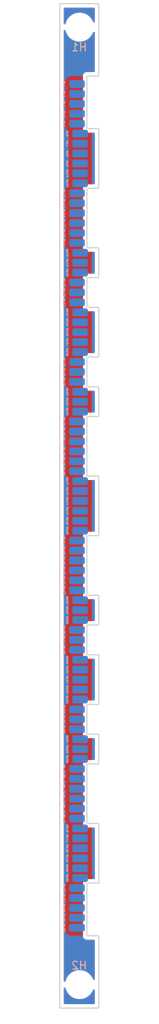
<source format=kicad_pcb>
(kicad_pcb (version 20240108) (generator "pcbnew") (generator_version "8.0")
  (layers (0 "F.Cu" signal) (31 "B.Cu" signal) (34 "B.Paste" user) (35 "F.Paste" user) (36 "B.SilkS" user "B.Silkscreen") (37 "F.SilkS" user "F.Silkscreen") (38 "B.Mask" user) (39 "F.Mask" user) (44 "Edge.Cuts" user))
  (net 0 "")
  (footprint "EXC:SolderWirePad_1x01_SMD_1x2mm" (layer "B.Cu") (at 2.61 87.63 90)
    (property "Reference" "MP60" (at 0 -1.6256 90) (layer "B.SilkS") (effects (font (size 0.25 0.25) (thickness 0.06)) (justify mirror)))
    (property "Value" "Mechanical_Pad_Solder_Linkage")
    (pad "1" smd roundrect (at 0 0 90) (size 1 2) (layers "B.Cu" "B.Paste" "B.Mask"))
  )
  (footprint "EXC:SolderWirePad_1x01_SMD_1x2mm" (layer "B.Cu") (at 2.21 26.67 90)
    (property "Reference" "MP12" (at 0 -1.6256 90) (layer "B.SilkS") (effects (font (size 0.25 0.25) (thickness 0.06)) (justify mirror)))
    (property "Value" "Mechanical_Pad_Solder_Linkage")
    (pad "1" smd roundrect (at 0 0 90) (size 1 2) (layers "B.Cu" "B.Paste" "B.Mask"))
  )
  (footprint "EXC:SolderWirePad_1x01_SMD_1x2mm" (layer "B.Cu") (at 2.21 58.42 90)
    (property "Reference" "MP37" (at 0 -1.6256 90) (layer "B.SilkS") (effects (font (size 0.25 0.25) (thickness 0.06)) (justify mirror)))
    (property "Value" "Mechanical_Pad_Solder_Linkage")
    (pad "1" smd roundrect (at 0 0 90) (size 1 2) (layers "B.Cu" "B.Paste" "B.Mask"))
  )
  (footprint "EXC:SolderWirePad_1x01_SMD_1x2mm" (layer "B.Cu") (at 2.21 60.96 90)
    (property "Reference" "MP39" (at 0 -1.6256 90) (layer "B.SilkS") (effects (font (size 0.25 0.25) (thickness 0.06)) (justify mirror)))
    (property "Value" "Mechanical_Pad_Solder_Linkage")
    (pad "1" smd roundrect (at 0 0 90) (size 1 2) (layers "B.Cu" "B.Paste" "B.Mask"))
  )
  (footprint "EXC:SolderWirePad_1x01_SMD_1x2mm" (layer "B.Cu") (at 2.21 106.68 90)
    (property "Reference" "MP75" (at 0 -1.6256 90) (layer "B.SilkS") (effects (font (size 0.25 0.25) (thickness 0.06)) (justify mirror)))
    (property "Value" "Mechanical_Pad_Solder_Linkage")
    (pad "1" smd roundrect (at 0 0 90) (size 1 2) (layers "B.Cu" "B.Paste" "B.Mask"))
  )
  (footprint "EXC:SolderWirePad_1x01_SMD_1x2mm" (layer "B.Cu") (at 2.61 90.17 90)
    (property "Reference" "MP62" (at 0 -1.6256 90) (layer "B.SilkS") (effects (font (size 0.25 0.25) (thickness 0.06)) (justify mirror)))
    (property "Value" "Mechanical_Pad_Solder_Linkage")
    (pad "1" smd roundrect (at 0 0 90) (size 1 2) (layers "B.Cu" "B.Paste" "B.Mask"))
  )
  (footprint "EXC:SolderWirePad_1x01_SMD_1x2mm" (layer "B.Cu") (at 2.21 13.97 90)
    (property "Reference" "MP2" (at 0 -1.6256 90) (layer "B.SilkS") (effects (font (size 0.25 0.25) (thickness 0.06)) (justify mirror)))
    (property "Value" "Mechanical_Pad_Solder_Linkage")
    (pad "1" smd roundrect (at 0 0 90) (size 1 2) (layers "B.Cu" "B.Paste" "B.Mask"))
  )
  (footprint "EXC:SolderWirePad_1x01_SMD_1x2mm" (layer "B.Cu") (at 2.21 76.2 90)
    (property "Reference" "MP51" (at 0 -1.6256 90) (layer "B.SilkS") (effects (font (size 0.25 0.25) (thickness 0.06)) (justify mirror)))
    (property "Value" "Mechanical_Pad_Solder_Linkage")
    (pad "1" smd roundrect (at 0 0 90) (size 1 2) (layers "B.Cu" "B.Paste" "B.Mask"))
  )
  (footprint "EXC:SolderWirePad_1x01_SMD_1x2mm" (layer "B.Cu") (at 2.21 115.57 90)
    (property "Reference" "MP82" (at 0 -1.6256 90) (layer "B.SilkS") (effects (font (size 0.25 0.25) (thickness 0.06)) (justify mirror)))
    (property "Value" "Mechanical_Pad_Solder_Linkage")
    (pad "1" smd roundrect (at 0 0 90) (size 1 2) (layers "B.Cu" "B.Paste" "B.Mask"))
  )
  (footprint "EXC:SolderWirePad_1x01_SMD_1x2mm" (layer "B.Cu") (at 2.61 46.99 90)
    (property "Reference" "MP28" (at 0 -1.6256 90) (layer "B.SilkS") (effects (font (size 0.25 0.25) (thickness 0.06)) (justify mirror)))
    (property "Value" "Mechanical_Pad_Solder_Linkage")
    (pad "1" smd roundrect (at 0 0 90) (size 1 2) (layers "B.Cu" "B.Paste" "B.Mask"))
  )
  (footprint "EXC:SolderWirePad_1x01_SMD_1x2mm" (layer "B.Cu") (at 2.61 63.5 90)
    (property "Reference" "MP41" (at 0 -1.6256 90) (layer "B.SilkS") (effects (font (size 0.25 0.25) (thickness 0.06)) (justify mirror)))
    (property "Value" "Mechanical_Pad_Solder_Linkage")
    (pad "1" smd roundrect (at 0 0 90) (size 1 2) (layers "B.Cu" "B.Paste" "B.Mask"))
  )
  (footprint "EXC:SolderWirePad_1x01_SMD_1x2mm" (layer "B.Cu") (at 2.21 73.66 90)
    (property "Reference" "MP49" (at 0 -1.6256 90) (layer "B.SilkS") (effects (font (size 0.25 0.25) (thickness 0.06)) (justify mirror)))
    (property "Value" "Mechanical_Pad_Solder_Linkage")
    (pad "1" smd roundrect (at 0 0 90) (size 1 2) (layers "B.Cu" "B.Paste" "B.Mask"))
  )
  (footprint "EXC:SolderWirePad_1x01_SMD_1x2mm" (layer "B.Cu") (at 2.21 105.41 90)
    (property "Reference" "MP74" (at 0 -1.6256 90) (layer "B.SilkS") (effects (font (size 0.25 0.25) (thickness 0.06)) (justify mirror)))
    (property "Value" "Mechanical_Pad_Solder_Linkage")
    (pad "1" smd roundrect (at 0 0 90) (size 1 2) (layers "B.Cu" "B.Paste" "B.Mask"))
  )
  (footprint "EXC:SolderWirePad_1x01_SMD_1x2mm" (layer "B.Cu") (at 2.61 68.58 90)
    (property "Reference" "MP45" (at 0 -1.6256 90) (layer "B.SilkS") (effects (font (size 0.25 0.25) (thickness 0.06)) (justify mirror)))
    (property "Value" "Mechanical_Pad_Solder_Linkage")
    (pad "1" smd roundrect (at 0 0 90) (size 1 2) (layers "B.Cu" "B.Paste" "B.Mask"))
  )
  (footprint "EXC:SolderWirePad_1x01_SMD_1x2mm" (layer "B.Cu") (at 2.61 24.13 90)
    (property "Reference" "MP10" (at 0 -1.6256 90) (layer "B.SilkS") (effects (font (size 0.25 0.25) (thickness 0.06)) (justify mirror)))
    (property "Value" "Mechanical_Pad_Solder_Linkage")
    (pad "1" smd roundrect (at 0 0 90) (size 1 2) (layers "B.Cu" "B.Paste" "B.Mask"))
  )
  (footprint "EXC:SolderWirePad_1x01_SMD_1x2mm" (layer "B.Cu") (at 2.21 40.64 90)
    (property "Reference" "MP23" (at 0 -1.6256 90) (layer "B.SilkS") (effects (font (size 0.25 0.25) (thickness 0.06)) (justify mirror)))
    (property "Value" "Mechanical_Pad_Solder_Linkage")
    (pad "1" smd roundrect (at 0 0 90) (size 1 2) (layers "B.Cu" "B.Paste" "B.Mask"))
  )
  (footprint "EXC:SolderWirePad_1x01_SMD_1x2mm" (layer "B.Cu") (at 2.21 17.78 90)
    (property "Reference" "MP5" (at 0 -1.6256 90) (layer "B.SilkS") (effects (font (size 0.25 0.25) (thickness 0.06)) (justify mirror)))
    (property "Value" "Mechanical_Pad_Solder_Linkage")
    (pad "1" smd roundrect (at 0 0 90) (size 1 2) (layers "B.Cu" "B.Paste" "B.Mask"))
  )
  (footprint "EXC:SolderWirePad_1x01_SMD_1x2mm" (layer "B.Cu") (at 2.61 44.45 90)
    (property "Reference" "MP26" (at 0 -1.6256 90) (layer "B.SilkS") (effects (font (size 0.25 0.25) (thickness 0.06)) (justify mirror)))
    (property "Value" "Mechanical_Pad_Solder_Linkage")
    (pad "1" smd roundrect (at 0 0 90) (size 1 2) (layers "B.Cu" "B.Paste" "B.Mask"))
  )
  (footprint "EXC:SolderWirePad_1x01_SMD_1x2mm" (layer "B.Cu") (at 2.21 92.71 90)
    (property "Reference" "MP64" (at 0 -1.6256 90) (layer "B.SilkS") (effects (font (size 0.25 0.25) (thickness 0.06)) (justify mirror)))
    (property "Value" "Mechanical_Pad_Solder_Linkage")
    (pad "1" smd roundrect (at 0 0 90) (size 1 2) (layers "B.Cu" "B.Paste" "B.Mask"))
  )
  (footprint "EXC:SolderWirePad_1x01_SMD_1x2mm" (layer "B.Cu") (at 2.21 72.39 90)
    (property "Reference" "MP48" (at 0 -1.6256 90) (layer "B.SilkS") (effects (font (size 0.25 0.25) (thickness 0.06)) (justify mirror)))
    (property "Value" "Mechanical_Pad_Solder_Linkage")
    (pad "1" smd roundrect (at 0 0 90) (size 1 2) (layers "B.Cu" "B.Paste" "B.Mask"))
  )
  (footprint "EXC:SolderWirePad_1x01_SMD_1x2mm" (layer "B.Cu") (at 2.61 99.06 90)
    (property "Reference" "MP69" (at 0 -1.6256 90) (layer "B.SilkS") (effects (font (size 0.25 0.25) (thickness 0.06)) (justify mirror)))
    (property "Value" "Mechanical_Pad_Solder_Linkage")
    (pad "1" smd roundrect (at 0 0 90) (size 1 2) (layers "B.Cu" "B.Paste" "B.Mask"))
  )
  (footprint "EXC:SolderWirePad_1x01_SMD_1x2mm" (layer "B.Cu") (at 2.61 97.79 90)
    (property "Reference" "MP68" (at 0 -1.6256 90) (layer "B.SilkS") (effects (font (size 0.25 0.25) (thickness 0.06)) (justify mirror)))
    (property "Value" "Mechanical_Pad_Solder_Linkage")
    (pad "1" smd roundrect (at 0 0 90) (size 1 2) (layers "B.Cu" "B.Paste" "B.Mask"))
  )
  (footprint "EXC:SolderWirePad_1x01_SMD_1x2mm" (layer "B.Cu") (at 2.21 29.21 90)
    (property "Reference" "MP14" (at 0 -1.6256 90) (layer "B.SilkS") (effects (font (size 0.25 0.25) (thickness 0.06)) (justify mirror)))
    (property "Value" "Mechanical_Pad_Solder_Linkage")
    (pad "1" smd roundrect (at 0 0 90) (size 1 2) (layers "B.Cu" "B.Paste" "B.Mask"))
  )
  (footprint "EXC:SolderWirePad_1x01_SMD_1x2mm" (layer "B.Cu") (at 2.21 15.24 90)
    (property "Reference" "MP3" (at 0 -1.6256 90) (layer "B.SilkS") (effects (font (size 0.25 0.25) (thickness 0.06)) (justify mirror)))
    (property "Value" "Mechanical_Pad_Solder_Linkage")
    (pad "1" smd roundrect (at 0 0 90) (size 1 2) (layers "B.Cu" "B.Paste" "B.Mask"))
  )
  (footprint "EXC:SolderWirePad_1x01_SMD_1x2mm" (layer "B.Cu") (at 2.21 62.23 90)
    (property "Reference" "MP40" (at 0 -1.6256 90) (layer "B.SilkS") (effects (font (size 0.25 0.25) (thickness 0.06)) (justify mirror)))
    (property "Value" "Mechanical_Pad_Solder_Linkage")
    (pad "1" smd roundrect (at 0 0 90) (size 1 2) (layers "B.Cu" "B.Paste" "B.Mask"))
  )
  (footprint "EXC:SolderWirePad_1x01_SMD_1x2mm" (layer "B.Cu") (at 2.21 31.75 90)
    (property "Reference" "MP16" (at 0 -1.6256 90) (layer "B.SilkS") (effects (font (size 0.25 0.25) (thickness 0.06)) (justify mirror)))
    (property "Value" "Mechanical_Pad_Solder_Linkage")
    (pad "1" smd roundrect (at 0 0 90) (size 1 2) (layers "B.Cu" "B.Paste" "B.Mask"))
  )
  (footprint "EXC:MountingHole_3.2mm_M3" (layer "B.Cu") (at 2.54 127.925 180)
    (property "Reference" "H2" (at 1.143 2.449 0) (layer "B.SilkS") (effects (justify right mirror)))
    (property "Value" "Eurorack_M3_MountingHole")
    (pad "" np_thru_hole circle (at 0 0 180) (size 3.2 3.2) (drill 3.2) (layers "F&B.Cu" "*.Mask"))
  )
  (footprint "EXC:SolderWirePad_1x01_SMD_1x2mm" (layer "B.Cu") (at 2.61 81.28 90)
    (property "Reference" "MP55" (at 0 -1.6256 90) (layer "B.SilkS") (effects (font (size 0.25 0.25) (thickness 0.06)) (justify mirror)))
    (property "Value" "Mechanical_Pad_Solder_Linkage")
    (pad "1" smd roundrect (at 0 0 90) (size 1 2) (layers "B.Cu" "B.Paste" "B.Mask"))
  )
  (footprint "EXC:SolderWirePad_1x01_SMD_1x2mm" (layer "B.Cu") (at 2.61 86.36 90)
    (property "Reference" "MP59" (at 0 -1.6256 90) (layer "B.SilkS") (effects (font (size 0.25 0.25) (thickness 0.06)) (justify mirror)))
    (property "Value" "Mechanical_Pad_Solder_Linkage")
    (pad "1" smd roundrect (at 0 0 90) (size 1 2) (layers "B.Cu" "B.Paste" "B.Mask"))
  )
  (footprint "EXC:SolderWirePad_1x01_SMD_1x2mm" (layer "B.Cu") (at 2.21 95.25 90)
    (property "Reference" "MP66" (at 0 -1.6256 90) (layer "B.SilkS") (effects (font (size 0.25 0.25) (thickness 0.06)) (justify mirror)))
    (property "Value" "Mechanical_Pad_Solder_Linkage")
    (pad "1" smd roundrect (at 0 0 90) (size 1 2) (layers "B.Cu" "B.Paste" "B.Mask"))
  )
  (footprint "EXC:SolderWirePad_1x01_SMD_1x2mm" (layer "B.Cu") (at 2.21 104.14 90)
    (property "Reference" "MP73" (at 0 -1.6256 90) (layer "B.SilkS") (effects (font (size 0.25 0.25) (thickness 0.06)) (justify mirror)))
    (property "Value" "Mechanical_Pad_Solder_Linkage")
    (pad "1" smd roundrect (at 0 0 90) (size 1 2) (layers "B.Cu" "B.Paste" "B.Mask"))
  )
  (footprint "EXC:SolderWirePad_1x01_SMD_1x2mm" (layer "B.Cu") (at 2.61 78.74 90)
    (property "Reference" "MP53" (at 0 -1.6256 90) (layer "B.SilkS") (effects (font (size 0.25 0.25) (thickness 0.06)) (justify mirror)))
    (property "Value" "Mechanical_Pad_Solder_Linkage")
    (pad "1" smd roundrect (at 0 0 90) (size 1 2) (layers "B.Cu" "B.Paste" "B.Mask"))
  )
  (footprint "EXC:SolderWirePad_1x01_SMD_1x2mm" (layer "B.Cu") (at 2.61 107.95 90)
    (property "Reference" "MP76" (at 0 -1.6256 90) (layer "B.SilkS") (effects (font (size 0.25 0.25) (thickness 0.06)) (justify mirror)))
    (property "Value" "Mechanical_Pad_Solder_Linkage")
    (pad "1" smd roundrect (at 0 0 90) (size 1 2) (layers "B.Cu" "B.Paste" "B.Mask"))
  )
  (footprint "EXC:SolderWirePad_1x01_SMD_1x2mm" (layer "B.Cu") (at 2.61 111.76 90)
    (property "Reference" "MP79" (at 0 -1.6256 90) (layer "B.SilkS") (effects (font (size 0.25 0.25) (thickness 0.06)) (justify mirror)))
    (property "Value" "Mechanical_Pad_Solder_Linkage")
    (pad "1" smd roundrect (at 0 0 90) (size 1 2) (layers "B.Cu" "B.Paste" "B.Mask"))
  )
  (footprint "EXC:SolderWirePad_1x01_SMD_1x2mm" (layer "B.Cu") (at 2.21 119.38 90)
    (property "Reference" "MP85" (at 0 -1.6256 90) (layer "B.SilkS") (effects (font (size 0.25 0.25) (thickness 0.06)) (justify mirror)))
    (property "Value" "Mechanical_Pad_Solder_Linkage")
    (pad "1" smd roundrect (at 0 0 90) (size 1 2) (layers "B.Cu" "B.Paste" "B.Mask"))
  )
  (footprint "EXC:SolderWirePad_1x01_SMD_1x2mm" (layer "B.Cu") (at 2.6 91.44 90)
    (property "Reference" "MP63" (at 0 -1.6256 90) (layer "B.SilkS") (effects (font (size 0.25 0.25) (thickness 0.06)) (justify mirror)))
    (property "Value" "Mechanical_Pad_Solder_Linkage")
    (pad "1" smd roundrect (at 0 0 90) (size 1 2) (layers "B.Cu" "B.Paste" "B.Mask"))
  )
  (footprint "EXC:SolderWirePad_1x01_SMD_1x2mm" (layer "B.Cu") (at 2.61 43.18 90)
    (property "Reference" "MP25" (at 0 -1.6256 90) (layer "B.SilkS") (effects (font (size 0.25 0.25) (thickness 0.06)) (justify mirror)))
    (property "Value" "Mechanical_Pad_Solder_Linkage")
    (pad "1" smd roundrect (at 0 0 90) (size 1 2) (layers "B.Cu" "B.Paste" "B.Mask"))
  )
  (footprint "EXC:SolderWirePad_1x01_SMD_1x2mm" (layer "B.Cu") (at 2.21 102.87 90)
    (property "Reference" "MP72" (at 0 -1.6256 90) (layer "B.SilkS") (effects (font (size 0.25 0.25) (thickness 0.06)) (justify mirror)))
    (property "Value" "Mechanical_Pad_Solder_Linkage")
    (pad "1" smd roundrect (at 0 0 90) (size 1 2) (layers "B.Cu" "B.Paste" "B.Mask"))
  )
  (footprint "EXC:SolderWirePad_1x01_SMD_1x2mm" (layer "B.Cu") (at 2.21 93.98 90)
    (property "Reference" "MP65" (at 0 -1.6256 90) (layer "B.SilkS") (effects (font (size 0.25 0.25) (thickness 0.06)) (justify mirror)))
    (property "Value" "Mechanical_Pad_Solder_Linkage")
    (pad "1" smd roundrect (at 0 0 90) (size 1 2) (layers "B.Cu" "B.Paste" "B.Mask"))
  )
  (footprint "EXC:SolderWirePad_1x01_SMD_1x2mm" (layer "B.Cu") (at 2.21 74.93 90)
    (property "Reference" "MP50" (at 0 -1.6256 90) (layer "B.SilkS") (effects (font (size 0.25 0.25) (thickness 0.06)) (justify mirror)))
    (property "Value" "Mechanical_Pad_Solder_Linkage")
    (pad "1" smd roundrect (at 0 0 90) (size 1 2) (layers "B.Cu" "B.Paste" "B.Mask"))
  )
  (footprint "EXC:SolderWirePad_1x01_SMD_1x2mm" (layer "B.Cu") (at 2.21 101.6 90)
    (property "Reference" "MP71" (at 0 -1.6256 90) (layer "B.SilkS") (effects (font (size 0.25 0.25) (thickness 0.06)) (justify mirror)))
    (property "Value" "Mechanical_Pad_Solder_Linkage")
    (pad "1" smd roundrect (at 0 0 90) (size 1 2) (layers "B.Cu" "B.Paste" "B.Mask"))
  )
  (footprint "EXC:SolderWirePad_1x01_SMD_1x2mm" (layer "B.Cu") (at 2.21 50.8 90)
    (property "Reference" "MP31" (at 0 -1.6256 90) (layer "B.SilkS") (effects (font (size 0.25 0.25) (thickness 0.06)) (justify mirror)))
    (property "Value" "Mechanical_Pad_Solder_Linkage")
    (pad "1" smd roundrect (at 0 0 90) (size 1 2) (layers "B.Cu" "B.Paste" "B.Mask"))
  )
  (footprint "EXC:SolderWirePad_1x01_SMD_1x2mm" (layer "B.Cu") (at 2.21 116.84 90)
    (property "Reference" "MP83" (at 0 -1.6256 90) (layer "B.SilkS") (effects (font (size 0.25 0.25) (thickness 0.06)) (justify mirror)))
    (property "Value" "Mechanical_Pad_Solder_Linkage")
    (pad "1" smd roundrect (at 0 0 90) (size 1 2) (layers "B.Cu" "B.Paste" "B.Mask"))
  )
  (footprint "EXC:SolderWirePad_1x01_SMD_1x2mm" (layer "B.Cu") (at 2.61 35.56 90)
    (property "Reference" "MP19" (at 0 -1.6256 90) (layer "B.SilkS") (effects (font (size 0.25 0.25) (thickness 0.06)) (justify mirror)))
    (property "Value" "Mechanical_Pad_Solder_Linkage")
    (pad "1" smd roundrect (at 0 0 90) (size 1 2) (layers "B.Cu" "B.Paste" "B.Mask"))
  )
  (footprint "EXC:SolderWirePad_1x01_SMD_1x2mm" (layer "B.Cu") (at 2.61 45.72 90)
    (property "Reference" "MP27" (at 0 -1.6256 90) (layer "B.SilkS") (effects (font (size 0.25 0.25) (thickness 0.06)) (justify mirror)))
    (property "Value" "Mechanical_Pad_Solder_Linkage")
    (pad "1" smd roundrect (at 0 0 90) (size 1 2) (layers "B.Cu" "B.Paste" "B.Mask"))
  )
  (footprint "EXC:SolderWirePad_1x01_SMD_1x2mm" (layer "B.Cu") (at 2.21 71.12 90)
    (property "Reference" "MP47" (at 0 -1.6256 90) (layer "B.SilkS") (effects (font (size 0.25 0.25) (thickness 0.06)) (justify mirror)))
    (property "Value" "Mechanical_Pad_Solder_Linkage")
    (pad "1" smd roundrect (at 0 0 90) (size 1 2) (layers "B.Cu" "B.Paste" "B.Mask"))
  )
  (footprint "EXC:SolderWirePad_1x01_SMD_1x2mm" (layer "B.Cu") (at 2.21 49.53 90)
    (property "Reference" "MP30" (at 0 -1.6256 90) (layer "B.SilkS") (effects (font (size 0.25 0.25) (thickness 0.06)) (justify mirror)))
    (property "Value" "Mechanical_Pad_Solder_Linkage")
    (pad "1" smd roundrect (at 0 0 90) (size 1 2) (layers "B.Cu" "B.Paste" "B.Mask"))
  )
  (footprint "EXC:SolderWirePad_1x01_SMD_1x2mm" (layer "B.Cu") (at 2.21 118.11 90)
    (property "Reference" "MP84" (at 0 -1.6256 90) (layer "B.SilkS") (effects (font (size 0.25 0.25) (thickness 0.06)) (justify mirror)))
    (property "Value" "Mechanical_Pad_Solder_Linkage")
    (pad "1" smd roundrect (at 0 0 90) (size 1 2) (layers "B.Cu" "B.Paste" "B.Mask"))
  )
  (footprint "EXC:SolderWirePad_1x01_SMD_1x2mm" (layer "B.Cu") (at 2.21 30.48 90)
    (property "Reference" "MP15" (at 0 -1.6256 90) (layer "B.SilkS") (effects (font (size 0.25 0.25) (thickness 0.06)) (justify mirror)))
    (property "Value" "Mechanical_Pad_Solder_Linkage")
    (pad "1" smd roundrect (at 0 0 90) (size 1 2) (layers "B.Cu" "B.Paste" "B.Mask"))
  )
  (footprint "EXC:SolderWirePad_1x01_SMD_1x2mm" (layer "B.Cu") (at 2.21 12.7 90)
    (property "Reference" "MP1" (at 0 -1.6256 90) (layer "B.SilkS") (effects (font (size 0.25 0.25) (thickness 0.06)) (justify mirror)))
    (property "Value" "Mechanical_Pad_Solder_Linkage")
    (pad "1" smd roundrect (at 0 0 90) (size 1 2) (layers "B.Cu" "B.Paste" "B.Mask"))
  )
  (footprint "EXC:SolderWirePad_1x01_SMD_1x2mm" (layer "B.Cu") (at 2.61 36.83 90)
    (property "Reference" "MP20" (at 0 -1.6256 90) (layer "B.SilkS") (effects (font (size 0.25 0.25) (thickness 0.06)) (justify mirror)))
    (property "Value" "Mechanical_Pad_Solder_Linkage")
    (pad "1" smd roundrect (at 0 0 90) (size 1 2) (layers "B.Cu" "B.Paste" "B.Mask"))
  )
  (footprint "EXC:SolderWirePad_1x01_SMD_1x2mm" (layer "B.Cu") (at 2.21 83.82 90)
    (property "Reference" "MP57" (at 0 -1.6256 90) (layer "B.SilkS") (effects (font (size 0.25 0.25) (thickness 0.06)) (justify mirror)))
    (property "Value" "Mechanical_Pad_Solder_Linkage")
    (pad "1" smd roundrect (at 0 0 90) (size 1 2) (layers "B.Cu" "B.Paste" "B.Mask"))
  )
  (footprint "EXC:SolderWirePad_1x01_SMD_1x2mm" (layer "B.Cu") (at 2.61 114.3 90)
    (property "Reference" "MP81" (at 0 -1.6256 90) (layer "B.SilkS") (effects (font (size 0.25 0.25) (thickness 0.06)) (justify mirror)))
    (property "Value" "Mechanical_Pad_Solder_Linkage")
    (pad "1" smd roundrect (at 0 0 90) (size 1 2) (layers "B.Cu" "B.Paste" "B.Mask"))
  )
  (footprint "EXC:SolderWirePad_1x01_SMD_1x2mm" (layer "B.Cu") (at 2.61 41.91 90)
    (property "Reference" "MP24" (at 0 -1.6256 90) (layer "B.SilkS") (effects (font (size 0.25 0.25) (thickness 0.06)) (justify mirror)))
    (property "Value" "Mechanical_Pad_Solder_Linkage")
    (pad "1" smd roundrect (at 0 0 90) (size 1 2) (layers "B.Cu" "B.Paste" "B.Mask"))
  )
  (footprint "EXC:SolderWirePad_1x01_SMD_1x2mm" (layer "B.Cu") (at 2.61 109.22 90)
    (property "Reference" "MP77" (at 0 -1.6256 90) (layer "B.SilkS") (effects (font (size 0.25 0.25) (thickness 0.06)) (justify mirror)))
    (property "Value" "Mechanical_Pad_Solder_Linkage")
    (pad "1" smd roundrect (at 0 0 90) (size 1 2) (layers "B.Cu" "B.Paste" "B.Mask"))
  )
  (footprint "EXC:SolderWirePad_1x01_SMD_1x2mm" (layer "B.Cu") (at 2.21 39.37 90)
    (property "Reference" "MP22" (at 0 -1.6256 90) (layer "B.SilkS") (effects (font (size 0.25 0.25) (thickness 0.06)) (justify mirror)))
    (property "Value" "Mechanical_Pad_Solder_Linkage")
    (pad "1" smd roundrect (at 0 0 90) (size 1 2) (layers "B.Cu" "B.Paste" "B.Mask"))
  )
  (footprint "EXC:SolderWirePad_1x01_SMD_1x2mm" (layer "B.Cu") (at 2.61 80.01 90)
    (property "Reference" "MP54" (at 0 -1.6256 90) (layer "B.SilkS") (effects (font (size 0.25 0.25) (thickness 0.06)) (justify mirror)))
    (property "Value" "Mechanical_Pad_Solder_Linkage")
    (pad "1" smd roundrect (at 0 0 90) (size 1 2) (layers "B.Cu" "B.Paste" "B.Mask"))
  )
  (footprint "EXC:SolderWirePad_1x01_SMD_1x2mm" (layer "B.Cu") (at 2.61 69.85 90)
    (property "Reference" "MP46" (at 0 -1.6256 90) (layer "B.SilkS") (effects (font (size 0.25 0.25) (thickness 0.06)) (justify mirror)))
    (property "Value" "Mechanical_Pad_Solder_Linkage")
    (pad "1" smd roundrect (at 0 0 90) (size 1 2) (layers "B.Cu" "B.Paste" "B.Mask"))
  )
  (footprint "EXC:SolderWirePad_1x01_SMD_1x2mm" (layer "B.Cu") (at 2.61 67.31 90)
    (property "Reference" "MP44" (at 0 -1.6256 90) (layer "B.SilkS") (effects (font (size 0.25 0.25) (thickness 0.06)) (justify mirror)))
    (property "Value" "Mechanical_Pad_Solder_Linkage")
    (pad "1" smd roundrect (at 0 0 90) (size 1 2) (layers "B.Cu" "B.Paste" "B.Mask"))
  )
  (footprint "EXC:SolderWirePad_1x01_SMD_1x2mm" (layer "B.Cu") (at 2.21 48.26 90)
    (property "Reference" "MP29" (at 0 -1.6256 90) (layer "B.SilkS") (effects (font (size 0.25 0.25) (thickness 0.06)) (justify mirror)))
    (property "Value" "Mechanical_Pad_Solder_Linkage")
    (pad "1" smd roundrect (at 0 0 90) (size 1 2) (layers "B.Cu" "B.Paste" "B.Mask"))
  )
  (footprint "EXC:MountingHole_3.2mm_M3" (layer "B.Cu") (at 2.54 5.425 180)
    (property "Reference" "H1" (at 1.143 -2.576 0) (layer "B.SilkS") (effects (justify right mirror)))
    (property "Value" "Eurorack_M3_MountingHole")
    (pad "" np_thru_hole circle (at 0 0 180) (size 3.2 3.2) (drill 3.2) (layers "F&B.Cu" "*.Mask"))
  )
  (footprint "EXC:SolderWirePad_1x01_SMD_1x2mm" (layer "B.Cu") (at 2.61 53.34 90)
    (property "Reference" "MP33" (at 0 -1.6256 90) (layer "B.SilkS") (effects (font (size 0.25 0.25) (thickness 0.06)) (justify mirror)))
    (property "Value" "Mechanical_Pad_Solder_Linkage")
    (pad "1" smd roundrect (at 0 0 90) (size 1 2) (layers "B.Cu" "B.Paste" "B.Mask"))
  )
  (footprint "EXC:SolderWirePad_1x01_SMD_1x2mm" (layer "B.Cu") (at 2.21 85.09 90)
    (property "Reference" "MP58" (at 0 -1.6256 90) (layer "B.SilkS") (effects (font (size 0.25 0.25) (thickness 0.06)) (justify mirror)))
    (property "Value" "Mechanical_Pad_Solder_Linkage")
    (pad "1" smd roundrect (at 0 0 90) (size 1 2) (layers "B.Cu" "B.Paste" "B.Mask"))
  )
  (footprint "EXC:SolderWirePad_1x01_SMD_1x2mm" (layer "B.Cu") (at 2.61 64.77 90)
    (property "Reference" "MP42" (at 0 -1.6256 90) (layer "B.SilkS") (effects (font (size 0.25 0.25) (thickness 0.06)) (justify mirror)))
    (property "Value" "Mechanical_Pad_Solder_Linkage")
    (pad "1" smd roundrect (at 0 0 90) (size 1 2) (layers "B.Cu" "B.Paste" "B.Mask"))
  )
  (footprint "EXC:SolderWirePad_1x01_SMD_1x2mm" (layer "B.Cu") (at 2.61 54.61 90)
    (property "Reference" "MP34" (at 0 -1.6256 90) (layer "B.SilkS") (effects (font (size 0.25 0.25) (thickness 0.06)) (justify mirror)))
    (property "Value" "Mechanical_Pad_Solder_Linkage")
    (pad "1" smd roundrect (at 0 0 90) (size 1 2) (layers "B.Cu" "B.Paste" "B.Mask"))
  )
  (footprint "EXC:SolderWirePad_1x01_SMD_1x2mm" (layer "B.Cu") (at 2.61 21.59 90)
    (property "Reference" "MP8" (at 0 -1.6256 90) (layer "B.SilkS") (effects (font (size 0.25 0.25) (thickness 0.06)) (justify mirror)))
    (property "Value" "Mechanical_Pad_Solder_Linkage")
    (pad "1" smd roundrect (at 0 0 90) (size 1 2) (layers "B.Cu" "B.Paste" "B.Mask"))
  )
  (footprint "EXC:SolderWirePad_1x01_SMD_1x2mm" (layer "B.Cu") (at 2.61 66.04 90)
    (property "Reference" "MP43" (at 0 -1.6256 90) (layer "B.SilkS") (effects (font (size 0.25 0.25) (thickness 0.06)) (justify mirror)))
    (property "Value" "Mechanical_Pad_Solder_Linkage")
    (pad "1" smd roundrect (at 0 0 90) (size 1 2) (layers "B.Cu" "B.Paste" "B.Mask"))
  )
  (footprint "EXC:SolderWirePad_1x01_SMD_1x2mm" (layer "B.Cu") (at 2.21 38.1 90)
    (property "Reference" "MP21" (at 0 -1.6256 90) (layer "B.SilkS") (effects (font (size 0.25 0.25) (thickness 0.06)) (justify mirror)))
    (property "Value" "Mechanical_Pad_Solder_Linkage")
    (pad "1" smd roundrect (at 0 0 90) (size 1 2) (layers "B.Cu" "B.Paste" "B.Mask"))
  )
  (footprint "EXC:SolderWirePad_1x01_SMD_1x2mm" (layer "B.Cu") (at 2.61 52.07 90)
    (property "Reference" "MP32" (at 0 -1.6256 90) (layer "B.SilkS") (effects (font (size 0.25 0.25) (thickness 0.06)) (justify mirror)))
    (property "Value" "Mechanical_Pad_Solder_Linkage")
    (pad "1" smd roundrect (at 0 0 90) (size 1 2) (layers "B.Cu" "B.Paste" "B.Mask"))
  )
  (footprint "EXC:SolderWirePad_1x01_SMD_1x2mm" (layer "B.Cu") (at 2.61 20.32 90)
    (property "Reference" "MP7" (at 0 -1.6256 90) (layer "B.SilkS") (effects (font (size 0.25 0.25) (thickness 0.06)) (justify mirror)))
    (property "Value" "Mechanical_Pad_Solder_Linkage")
    (pad "1" smd roundrect (at 0 0 90) (size 1 2) (layers "B.Cu" "B.Paste" "B.Mask"))
  )
  (footprint "EXC:SolderWirePad_1x01_SMD_1x2mm" (layer "B.Cu") (at 2.21 120.65 90)
    (property "Reference" "MP86" (at 0 -1.6256 90) (layer "B.SilkS") (effects (font (size 0.25 0.25) (thickness 0.06)) (justify mirror)))
    (property "Value" "Mechanical_Pad_Solder_Linkage")
    (pad "1" smd roundrect (at 0 0 90) (size 1 2) (layers "B.Cu" "B.Paste" "B.Mask"))
  )
  (footprint "EXC:SolderWirePad_1x01_SMD_1x2mm" (layer "B.Cu") (at 2.61 22.86 90)
    (property "Reference" "MP9" (at 0 -1.6256 90) (layer "B.SilkS") (effects (font (size 0.25 0.25) (thickness 0.06)) (justify mirror)))
    (property "Value" "Mechanical_Pad_Solder_Linkage")
    (pad "1" smd roundrect (at 0 0 90) (size 1 2) (layers "B.Cu" "B.Paste" "B.Mask"))
  )
  (footprint "EXC:SolderWirePad_1x01_SMD_1x2mm" (layer "B.Cu") (at 2.21 77.47 90)
    (property "Reference" "MP52" (at 0 -1.6256 90) (layer "B.SilkS") (effects (font (size 0.25 0.25) (thickness 0.06)) (justify mirror)))
    (property "Value" "Mechanical_Pad_Solder_Linkage")
    (pad "1" smd roundrect (at 0 0 90) (size 1 2) (layers "B.Cu" "B.Paste" "B.Mask"))
  )
  (footprint "EXC:SolderWirePad_1x01_SMD_1x2mm" (layer "B.Cu") (at 2.61 25.4 90)
    (property "Reference" "MP11" (at 0 -1.6256 90) (layer "B.SilkS") (effects (font (size 0.25 0.25) (thickness 0.06)) (justify mirror)))
    (property "Value" "Mechanical_Pad_Solder_Linkage")
    (pad "1" smd roundrect (at 0 0 90) (size 1 2) (layers "B.Cu" "B.Paste" "B.Mask"))
  )
  (footprint "EXC:SolderWirePad_1x01_SMD_1x2mm" (layer "B.Cu") (at 2.21 82.55 90)
    (property "Reference" "MP56" (at 0 -1.6256 90) (layer "B.SilkS") (effects (font (size 0.25 0.25) (thickness 0.06)) (justify mirror)))
    (property "Value" "Mechanical_Pad_Solder_Linkage")
    (pad "1" smd roundrect (at 0 0 90) (size 1 2) (layers "B.Cu" "B.Paste" "B.Mask"))
  )
  (footprint "EXC:SolderWirePad_1x01_SMD_1x2mm" (layer "B.Cu") (at 2.61 88.9 90)
    (property "Reference" "MP61" (at 0 -1.6256 90) (layer "B.SilkS") (effects (font (size 0.25 0.25) (thickness 0.06)) (justify mirror)))
    (property "Value" "Mechanical_Pad_Solder_Linkage")
    (pad "1" smd roundrect (at 0 0 90) (size 1 2) (layers "B.Cu" "B.Paste" "B.Mask"))
  )
  (footprint "EXC:SolderWirePad_1x01_SMD_1x2mm" (layer "B.Cu") (at 2.21 55.88 90)
    (property "Reference" "MP35" (at 0 -1.6256 90) (layer "B.SilkS") (effects (font (size 0.25 0.25) (thickness 0.06)) (justify mirror)))
    (property "Value" "Mechanical_Pad_Solder_Linkage")
    (pad "1" smd roundrect (at 0 0 90) (size 1 2) (layers "B.Cu" "B.Paste" "B.Mask"))
  )
  (footprint "EXC:SolderWirePad_1x01_SMD_1x2mm" (layer "B.Cu") (at 2.21 100.33 90)
    (property "Reference" "MP70" (at 0 -1.6256 90) (layer "B.SilkS") (effects (font (size 0.25 0.25) (thickness 0.06)) (justify mirror)))
    (property "Value" "Mechanical_Pad_Solder_Linkage")
    (pad "1" smd roundrect (at 0 0 90) (size 1 2) (layers "B.Cu" "B.Paste" "B.Mask"))
  )
  (footprint "EXC:SolderWirePad_1x01_SMD_1x2mm" (layer "B.Cu") (at 2.21 57.15 90)
    (property "Reference" "MP36" (at 0 -1.6256 90) (layer "B.SilkS") (effects (font (size 0.25 0.25) (thickness 0.06)) (justify mirror)))
    (property "Value" "Mechanical_Pad_Solder_Linkage")
    (pad "1" smd roundrect (at 0 0 90) (size 1 2) (layers "B.Cu" "B.Paste" "B.Mask"))
  )
  (footprint "EXC:SolderWirePad_1x01_SMD_1x2mm" (layer "B.Cu") (at 2.61 113.03 90)
    (property "Reference" "MP80" (at 0 -1.6256 90) (layer "B.SilkS") (effects (font (size 0.25 0.25) (thickness 0.06)) (justify mirror)))
    (property "Value" "Mechanical_Pad_Solder_Linkage")
    (pad "1" smd roundrect (at 0 0 90) (size 1 2) (layers "B.Cu" "B.Paste" "B.Mask"))
  )
  (footprint "EXC:SolderWirePad_1x01_SMD_1x2mm" (layer "B.Cu") (at 2.21 16.51 90)
    (property "Reference" "MP4" (at 0 -1.6256 90) (layer "B.SilkS") (effects (font (size 0.25 0.25) (thickness 0.06)) (justify mirror)))
    (property "Value" "Mechanical_Pad_Solder_Linkage")
    (pad "1" smd roundrect (at 0 0 90) (size 1 2) (layers "B.Cu" "B.Paste" "B.Mask"))
  )
  (footprint "EXC:SolderWirePad_1x01_SMD_1x2mm" (layer "B.Cu") (at 2.61 110.49 90)
    (property "Reference" "MP78" (at 0 -1.6256 90) (layer "B.SilkS") (effects (font (size 0.25 0.25) (thickness 0.06)) (justify mirror)))
    (property "Value" "Mechanical_Pad_Solder_Linkage")
    (pad "1" smd roundrect (at 0 0 90) (size 1 2) (layers "B.Cu" "B.Paste" "B.Mask"))
  )
  (footprint "EXC:SolderWirePad_1x01_SMD_1x2mm" (layer "B.Cu") (at 2.61 34.29 90)
    (property "Reference" "MP18" (at 0 -1.6256 90) (layer "B.SilkS") (effects (font (size 0.25 0.25) (thickness 0.06)) (justify mirror)))
    (property "Value" "Mechanical_Pad_Solder_Linkage")
    (pad "1" smd roundrect (at 0 0 90) (size 1 2) (layers "B.Cu" "B.Paste" "B.Mask"))
  )
  (footprint "EXC:SolderWirePad_1x01_SMD_1x2mm" (layer "B.Cu") (at 2.21 27.94 90)
    (property "Reference" "MP13" (at 0 -1.6256 90) (layer "B.SilkS") (effects (font (size 0.25 0.25) (thickness 0.06)) (justify mirror)))
    (property "Value" "Mechanical_Pad_Solder_Linkage")
    (pad "1" smd roundrect (at 0 0 90) (size 1 2) (layers "B.Cu" "B.Paste" "B.Mask"))
  )
  (footprint "EXC:SolderWirePad_1x01_SMD_1x2mm" (layer "B.Cu") (at 2.21 59.69 90)
    (property "Reference" "MP38" (at 0 -1.6256 90) (layer "B.SilkS") (effects (font (size 0.25 0.25) (thickness 0.06)) (justify mirror)))
    (property "Value" "Mechanical_Pad_Solder_Linkage")
    (pad "1" smd roundrect (at 0 0 90) (size 1 2) (layers "B.Cu" "B.Paste" "B.Mask"))
  )
  (footprint "EXC:SolderWirePad_1x01_SMD_1x2mm" (layer "B.Cu") (at 2.61 19.05 90)
    (property "Reference" "MP6" (at 0 -1.6256 90) (layer "B.SilkS") (effects (font (size 0.25 0.25) (thickness 0.06)) (justify mirror)))
    (property "Value" "Mechanical_Pad_Solder_Linkage")
    (pad "1" smd roundrect (at 0 0 90) (size 1 2) (layers "B.Cu" "B.Paste" "B.Mask"))
  )
  (footprint "EXC:SolderWirePad_1x01_SMD_1x2mm" (layer "B.Cu") (at 2.21 33.02 90)
    (property "Reference" "MP17" (at 0 -1.6256 90) (layer "B.SilkS") (effects (font (size 0.25 0.25) (thickness 0.06)) (justify mirror)))
    (property "Value" "Mechanical_Pad_Solder_Linkage")
    (pad "1" smd roundrect (at 0 0 90) (size 1 2) (layers "B.Cu" "B.Paste" "B.Mask"))
  )
  (footprint "EXC:SolderWirePad_1x01_SMD_1x2mm" (layer "B.Cu") (at 2.61 96.52 90)
    (property "Reference" "MP67" (at 0 -1.6256 90) (layer "B.SilkS") (effects (font (size 0.25 0.25) (thickness 0.06)) (justify mirror)))
    (property "Value" "Mechanical_Pad_Solder_Linkage")
    (pad "1" smd roundrect (at 0 0 90) (size 1 2) (layers "B.Cu" "B.Paste" "B.Mask"))
  )
  (gr_line (start 0 2.425) (end 0 130.925) (stroke (width 0.15)) (layer "Edge.Cuts"))
  (gr_line (start 3.48 41.275) (end 5 41.275) (stroke (width 0.15)) (layer "Edge.Cuts"))
  (gr_line (start 5 51.435) (end 5 55.245) (stroke (width 0.15)) (layer "Edge.Cuts"))
  (gr_line (start 5 41.275) (end 5 47.625) (stroke (width 0.15)) (layer "Edge.Cuts"))
  (gr_line (start 5 78.105) (end 5 81.915) (stroke (width 0.15)) (layer "Edge.Cuts"))
  (gr_line (start 3.48 99.695) (end 3.48 107.315) (stroke (width 0.15)) (layer "Edge.Cuts"))
  (gr_line (start 3.48 70.485) (end 5 70.485) (stroke (width 0.15)) (layer "Edge.Cuts"))
  (gr_line (start 3.48 62.865) (end 5 62.865) (stroke (width 0.15)) (layer "Edge.Cuts"))
  (gr_line (start 3.48 26.035) (end 3.48 33.655) (stroke (width 0.15)) (layer "Edge.Cuts"))
  (gr_line (start 3.48 99.695) (end 5 99.695) (stroke (width 0.15)) (layer "Edge.Cuts"))
  (gr_line (start 3.48 81.915) (end 3.48 85.725) (stroke (width 0.15)) (layer "Edge.Cuts"))
  (gr_line (start 3.48 121.675) (end 5 121.675) (stroke (width 0.15)) (layer "Edge.Cuts"))
  (gr_line (start 3.48 37.465) (end 3.48 41.275) (stroke (width 0.15)) (layer "Edge.Cuts"))
  (gr_line (start 3.48 92.075) (end 5 92.075) (stroke (width 0.15)) (layer "Edge.Cuts"))
  (gr_line (start 3.48 11.675) (end 3.48 18.415) (stroke (width 0.15)) (layer "Edge.Cuts"))
  (gr_line (start 5 33.655) (end 5 37.465) (stroke (width 0.15)) (layer "Edge.Cuts"))
  (gr_line (start 3.48 70.485) (end 3.48 78.105) (stroke (width 0.15)) (layer "Edge.Cuts"))
  (gr_line (start 3.48 78.105) (end 5 78.105) (stroke (width 0.15)) (layer "Edge.Cuts"))
  (gr_line (start 3.48 47.625) (end 3.48 51.435) (stroke (width 0.15)) (layer "Edge.Cuts"))
  (gr_line (start 3.48 114.935) (end 5 114.935) (stroke (width 0.15)) (layer "Edge.Cuts"))
  (gr_line (start 5 107.315) (end 5 114.935) (stroke (width 0.15)) (layer "Edge.Cuts"))
  (gr_line (start 5 85.725) (end 5 92.075) (stroke (width 0.15)) (layer "Edge.Cuts"))
  (gr_line (start 5 121.675) (end 5 130.925) (stroke (width 0.15)) (layer "Edge.Cuts"))
  (gr_line (start 3.48 33.655) (end 5 33.655) (stroke (width 0.15)) (layer "Edge.Cuts"))
  (gr_line (start 3.48 55.245) (end 3.48 62.865) (stroke (width 0.15)) (layer "Edge.Cuts"))
  (gr_line (start 3.48 107.315) (end 5 107.315) (stroke (width 0.15)) (layer "Edge.Cuts"))
  (gr_line (start 3.48 47.625) (end 5 47.625) (stroke (width 0.15)) (layer "Edge.Cuts"))
  (gr_line (start 0 130.925) (end 5 130.925) (stroke (width 0.15)) (layer "Edge.Cuts"))
  (gr_line (start 5 62.865) (end 5 70.485) (stroke (width 0.15)) (layer "Edge.Cuts"))
  (gr_line (start 5 95.885) (end 5 99.695) (stroke (width 0.15)) (layer "Edge.Cuts"))
  (gr_line (start 3.48 55.245) (end 5 55.245) (stroke (width 0.15)) (layer "Edge.Cuts"))
  (gr_line (start 0 2.425) (end 5 2.425) (stroke (width 0.15)) (layer "Edge.Cuts"))
  (gr_line (start 3.48 85.725) (end 5 85.725) (stroke (width 0.15)) (layer "Edge.Cuts"))
  (gr_line (start 3.48 81.915) (end 5 81.915) (stroke (width 0.15)) (layer "Edge.Cuts"))
  (gr_line (start 3.48 51.435) (end 5 51.435) (stroke (width 0.15)) (layer "Edge.Cuts"))
  (gr_line (start 5 2.425) (end 5 11.675) (stroke (width 0.15)) (layer "Edge.Cuts"))
  (gr_line (start 3.48 114.935) (end 3.48 121.675) (stroke (width 0.15)) (layer "Edge.Cuts"))
  (gr_line (start 3.48 37.465) (end 5 37.465) (stroke (width 0.15)) (layer "Edge.Cuts"))
  (gr_line (start 5 18.415) (end 5 26.035) (stroke (width 0.15)) (layer "Edge.Cuts"))
  (gr_line (start 3.48 95.885) (end 5 95.885) (stroke (width 0.15)) (layer "Edge.Cuts"))
  (gr_line (start 5 11.675) (end 3.48 11.675) (stroke (width 0.15)) (layer "Edge.Cuts"))
  (gr_line (start 3.48 18.415) (end 5 18.415) (stroke (width 0.15)) (layer "Edge.Cuts"))
  (gr_line (start 3.48 92.075) (end 3.48 95.885) (stroke (width 0.15)) (layer "Edge.Cuts"))
  (gr_line (start 3.48 26.035) (end 5 26.035) (stroke (width 0.15)) (layer "Edge.Cuts"))
  (zone (net 0) (net_name "") (layers "F&B.Cu") (connect_pads (clearance 0.5)) (min_thickness 0.25) (fill yes (thermal_gap 0.5) (thermal_bridge_width 0.5) (island_removal_mode 1) (island_area_min 10))
    (polygon (pts (xy 0 2.413) (xy 5.08 2.413) (xy 5.08 11.684) (xy 3.556 11.684) (xy 3.556 18.415) (xy 5.08 18.415) (xy 5.08 26.035) (xy 3.429 26.035) (xy 3.429 33.655) (xy 5.08 33.655) (xy 5.08 37.465) (xy 3.556 37.465) (xy 3.556 41.275) (xy 5.08 41.275) (xy 5.08 47.625) (xy 3.556 47.625) (xy 3.556 51.435) (xy 5.08 51.435) (xy 5.08 55.245) (xy 3.556 55.245) (xy 3.556 62.865) (xy 5.08 62.865) (xy 5.08 70.485) (xy 3.556 70.485) (xy 3.556 78.105) (xy 5.08 78.105) (xy 5.08 81.915) (xy 3.556 81.915) (xy 3.556 85.725) (xy 5.08 85.725) (xy 5.08 92.075) (xy 3.556 92.075) (xy 3.556 95.885) (xy 5.08 95.885) (xy 5.08 99.695) (xy 3.556 99.695) (xy 3.556 107.315) (xy 5.08 107.315) (xy 5.08 114.935) (xy 3.556 114.935) (xy 3.556 121.666) (xy 5.08 121.666) (xy 5.08 130.937) (xy 0 130.937)))
  )
)
</source>
